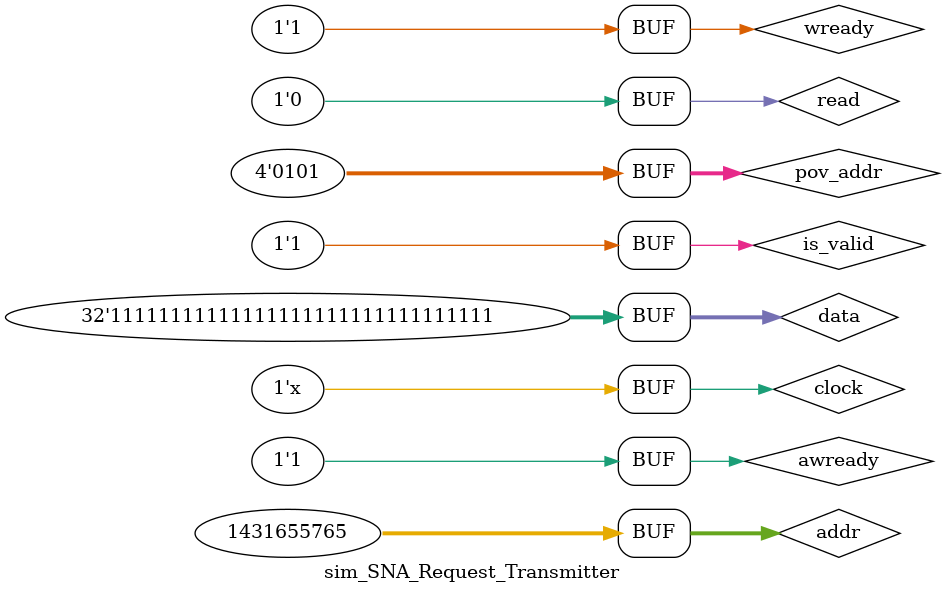
<source format=v>
`timescale 1ns / 1ps


module sim_SNA_Request_Transmitter();
    reg clock = 0;
    reg [31:0] addr;
    reg [31:0] data;
    reg read;
    reg [3:0]pov_addr;
    reg is_valid;
    wire [7:0] is_on_off;
    wire [7:0] is_allocatable;
    wire [31:0] araddr;
    wire arvalid;
    reg arready;
    wire [31:0] awaddr;
    wire awvalid;
    reg awready;
    wire [31:0] wdata;
    wire wvalid;
    reg wready;
    wire [3:0] pov_addr_buffer;
    
    
    Sna_Request_Transimtter sub_SNA_Request_Transmitter(clock,addr, data,read, pov_addr, is_valid, is_on_off,
                                is_allocatable, araddr, arvalid, arready,awaddr,
                                awvalid, awready, wdata, wvalid, wready, pov_addr_buffer);
                              
                              
    initial
        begin
          #20  read = 0;
               is_valid = 1;
               pov_addr = 4'b0101;
          #20  addr = 32'b01010101010101010101010101010101;
               awready = 1;
          #20  data = 32'b11111111111111111111111111111111;
               wready = 1;
        end 
        always #20 clock = !clock;  
endmodule

</source>
